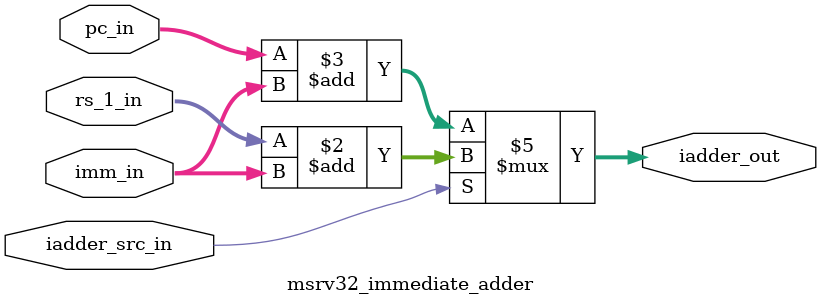
<source format=sv>
module msrv32_immediate_adder(
							input [31:0]	pc_in,
							input [31:0]	rs_1_in,
							input 			iadder_src_in,
							input [31:0]	imm_in,
							
							output reg[31:0]	iadder_out);

		always@(*)
			begin
				if(iadder_src_in)
					iadder_out = rs_1_in + imm_in;
				else
					iadder_out = pc_in + imm_in;
			end
endmodule
</source>
